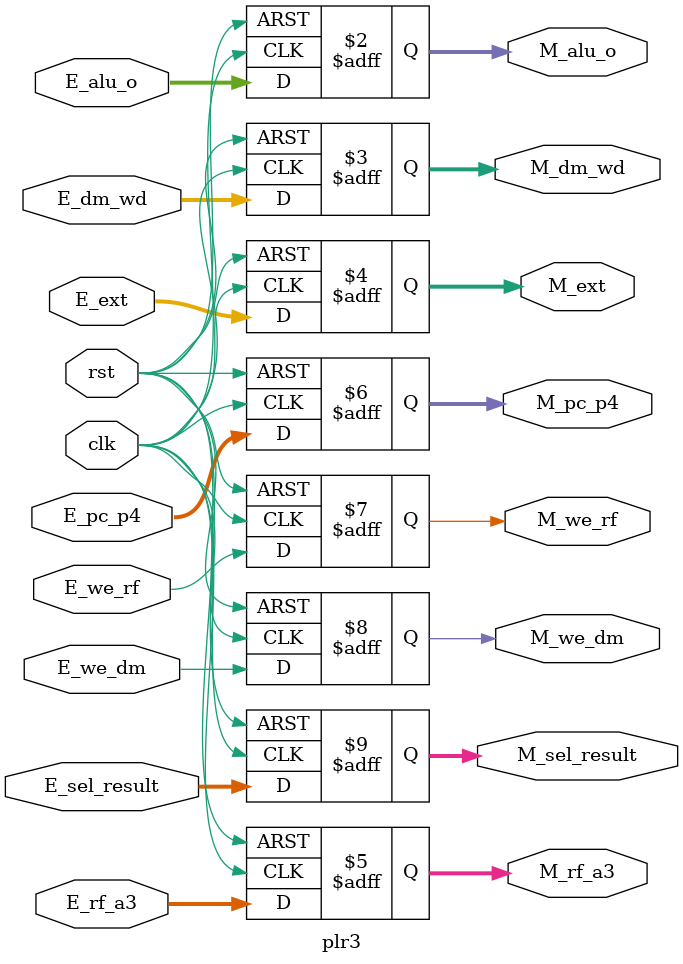
<source format=v>
module plr3 (
    input wire clk,
    input wire rst,
    
    // Data inputs from EX stage
    input wire [31:0] E_alu_o,      // ALU result
    input wire [31:0] E_dm_wd,      // Data memory write data (rd2)
    input wire [31:0] E_ext,        // Extended immediate (for LUI)
    input wire [4:0] E_rf_a3,       // Destination register address
    input wire [31:0] E_pc_p4,      // PC + 4 (for JAL)
    
    // Control inputs from EX stage
    input wire E_we_rf,             // Register file write enable
    input wire E_we_dm,             // Data memory write enable
    input wire [1:0] E_sel_result,  // Result select
    
    // Data outputs to MA stage
    output reg [31:0] M_alu_o,
    output reg [31:0] M_dm_wd,
    output reg [31:0] M_ext,        // Extended immediate (for LUI)
    output reg [4:0] M_rf_a3,
    output reg [31:0] M_pc_p4,
    
    // Control outputs to MA stage
    output reg M_we_rf,
    output reg M_we_dm,
    output reg [1:0] M_sel_result
);

always @(posedge clk or posedge rst) begin
    if (rst) begin
        // Reset - clear all outputs
        M_alu_o <= 32'b0;
        M_dm_wd <= 32'b0;
        M_ext <= 32'b0;
        M_rf_a3 <= 5'b0;
        M_pc_p4 <= 32'b0;
        M_we_rf <= 1'b0;
        M_we_dm <= 1'b0;
        M_sel_result <= 2'b0;
    end
    else begin
        // Normal operation - pipeline all signals
        M_alu_o <= E_alu_o;
        M_dm_wd <= E_dm_wd;
        M_ext <= E_ext;
        M_rf_a3 <= E_rf_a3;
        M_pc_p4 <= E_pc_p4;
        M_we_rf <= E_we_rf;
        M_we_dm <= E_we_dm;
        M_sel_result <= E_sel_result;
    end
end

endmodule
</source>
